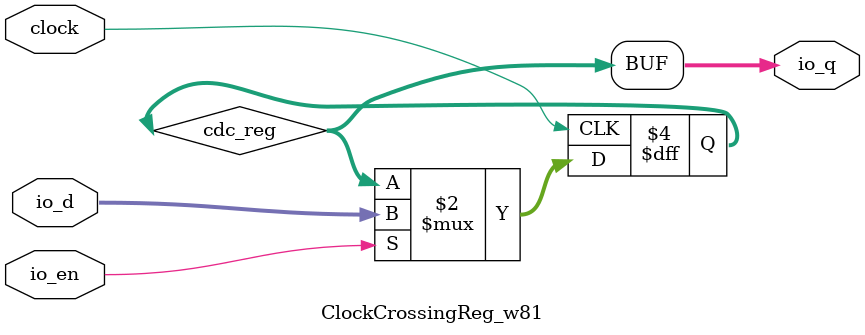
<source format=sv>
`ifndef RANDOMIZE
  `ifdef RANDOMIZE_REG_INIT
    `define RANDOMIZE
  `endif // RANDOMIZE_REG_INIT
`endif // not def RANDOMIZE
`ifndef RANDOMIZE
  `ifdef RANDOMIZE_MEM_INIT
    `define RANDOMIZE
  `endif // RANDOMIZE_MEM_INIT
`endif // not def RANDOMIZE

`ifndef RANDOM
  `define RANDOM $random
`endif // not def RANDOM

// Users can define 'PRINTF_COND' to add an extra gate to prints.
`ifndef PRINTF_COND_
  `ifdef PRINTF_COND
    `define PRINTF_COND_ (`PRINTF_COND)
  `else  // PRINTF_COND
    `define PRINTF_COND_ 1
  `endif // PRINTF_COND
`endif // not def PRINTF_COND_

// Users can define 'ASSERT_VERBOSE_COND' to add an extra gate to assert error printing.
`ifndef ASSERT_VERBOSE_COND_
  `ifdef ASSERT_VERBOSE_COND
    `define ASSERT_VERBOSE_COND_ (`ASSERT_VERBOSE_COND)
  `else  // ASSERT_VERBOSE_COND
    `define ASSERT_VERBOSE_COND_ 1
  `endif // ASSERT_VERBOSE_COND
`endif // not def ASSERT_VERBOSE_COND_

// Users can define 'STOP_COND' to add an extra gate to stop conditions.
`ifndef STOP_COND_
  `ifdef STOP_COND
    `define STOP_COND_ (`STOP_COND)
  `else  // STOP_COND
    `define STOP_COND_ 1
  `endif // STOP_COND
`endif // not def STOP_COND_

// Users can define INIT_RANDOM as general code that gets injected into the
// initializer block for modules with registers.
`ifndef INIT_RANDOM
  `define INIT_RANDOM
`endif // not def INIT_RANDOM

// If using random initialization, you can also define RANDOMIZE_DELAY to
// customize the delay used, otherwise 0.002 is used.
`ifndef RANDOMIZE_DELAY
  `define RANDOMIZE_DELAY 0.002
`endif // not def RANDOMIZE_DELAY

// Define INIT_RANDOM_PROLOG_ for use in our modules below.
`ifndef INIT_RANDOM_PROLOG_
  `ifdef RANDOMIZE
    `ifdef VERILATOR
      `define INIT_RANDOM_PROLOG_ `INIT_RANDOM
    `else  // VERILATOR
      `define INIT_RANDOM_PROLOG_ `INIT_RANDOM #`RANDOMIZE_DELAY begin end
    `endif // VERILATOR
  `else  // RANDOMIZE
    `define INIT_RANDOM_PROLOG_
  `endif // RANDOMIZE
`endif // not def INIT_RANDOM_PROLOG_

module ClockCrossingReg_w81(
  input         clock,
  input  [80:0] io_d,
  input         io_en,
  output [80:0] io_q
);

  reg [80:0] cdc_reg;	// @[Reg.scala:19:16]
  always @(posedge clock) begin
    if (io_en)
      cdc_reg <= io_d;	// @[Reg.scala:19:16]
  end // always @(posedge)
  `ifndef SYNTHESIS
    `ifdef FIRRTL_BEFORE_INITIAL
      `FIRRTL_BEFORE_INITIAL
    `endif // FIRRTL_BEFORE_INITIAL
    logic [31:0] _RANDOM_0;
    logic [31:0] _RANDOM_1;
    logic [31:0] _RANDOM_2;
    initial begin
      `ifdef INIT_RANDOM_PROLOG_
        `INIT_RANDOM_PROLOG_
      `endif // INIT_RANDOM_PROLOG_
      `ifdef RANDOMIZE_REG_INIT
        _RANDOM_0 = `RANDOM;
        _RANDOM_1 = `RANDOM;
        _RANDOM_2 = `RANDOM;
        cdc_reg = {_RANDOM_0, _RANDOM_1, _RANDOM_2[16:0]};	// @[Reg.scala:19:16]
      `endif // RANDOMIZE_REG_INIT
    end // initial
    `ifdef FIRRTL_AFTER_INITIAL
      `FIRRTL_AFTER_INITIAL
    `endif // FIRRTL_AFTER_INITIAL
  `endif // not def SYNTHESIS
  assign io_q = cdc_reg;	// @[Reg.scala:19:16]
endmodule


</source>
